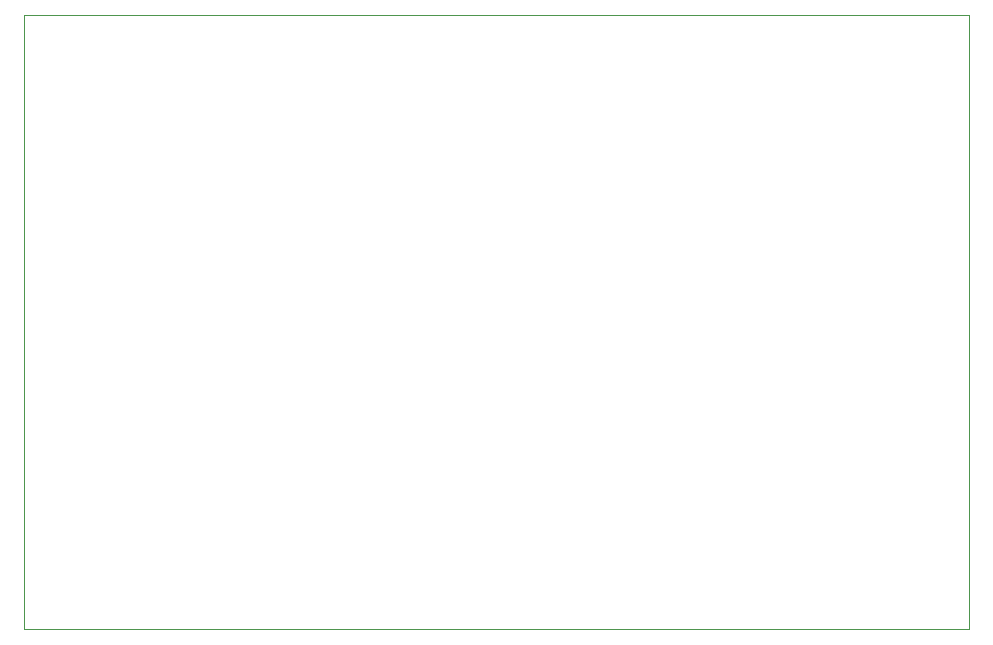
<source format=gm1>
G04 #@! TF.GenerationSoftware,KiCad,Pcbnew,(5.1.4)-1*
G04 #@! TF.CreationDate,2019-10-29T10:24:40+09:00*
G04 #@! TF.ProjectId,Buck_boost,4275636b-5f62-46f6-9f73-742e6b696361,rev?*
G04 #@! TF.SameCoordinates,Original*
G04 #@! TF.FileFunction,Profile,NP*
%FSLAX46Y46*%
G04 Gerber Fmt 4.6, Leading zero omitted, Abs format (unit mm)*
G04 Created by KiCad (PCBNEW (5.1.4)-1) date 2019-10-29 10:24:40*
%MOMM*%
%LPD*%
G04 APERTURE LIST*
%ADD10C,0.050000*%
G04 APERTURE END LIST*
D10*
X210000000Y-146000000D02*
X210000000Y-94000000D01*
X200000000Y-146000000D02*
X210000000Y-146000000D01*
X130000000Y-146000000D02*
X200000000Y-146000000D01*
X130000000Y-94000000D02*
X130000000Y-146000000D01*
X210000000Y-94000000D02*
X130000000Y-94000000D01*
M02*

</source>
